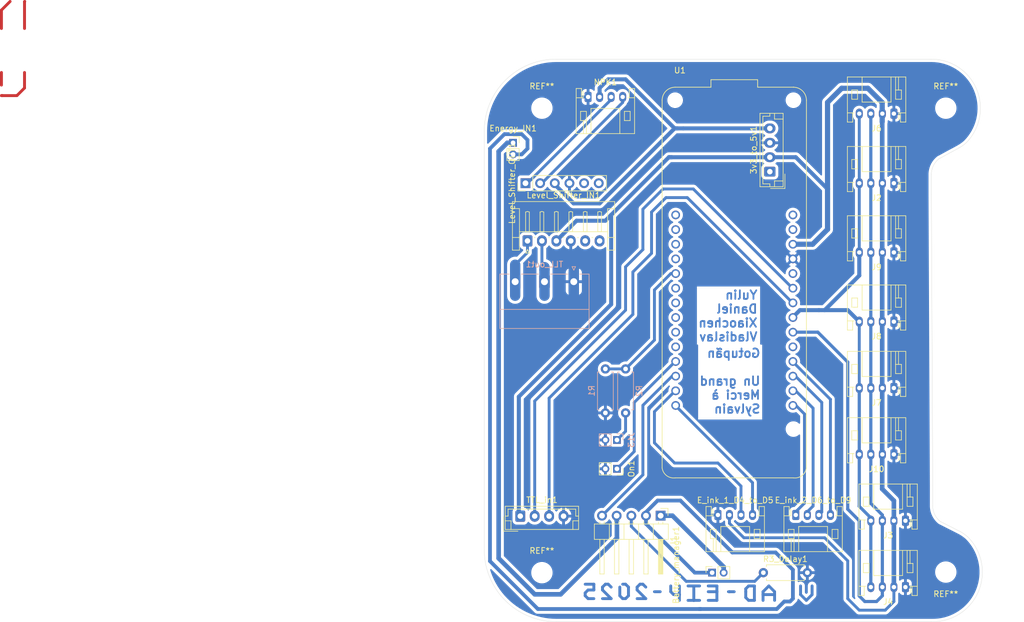
<source format=kicad_pcb>
(kicad_pcb (version 20241229) (generator "pcbnew") (generator_version "9.0")
  (title_block (title "Yulin_Daniel_Xiaochen_Vladislav") (date "2025-03-09") (rev "v4") (company "Gotupan_PCB_2025"))
  (layers (0 "F.Cu" signal) (2 "B.Cu" signal) (13 "F.Paste" user) (15 "B.Paste" user) (5 "F.SilkS" user "F.Silkscreen") (7 "B.SilkS" user "B.Silkscreen") (1 "F.Mask" user) (3 "B.Mask" user) (25 "Edge.Cuts" user))
  (net 0 "")
  (net 1 "/D5")
  (net 2 "/D2")
  (net 3 "/A3")
  (net 4 "/D6")
  (net 5 "/D4")
  (net 6 "/D3")
  (net 7 "/D9_SCK")
  (net 8 "/D7")
  (net 9 "/TX_D14")
  (net 10 "/RX_D13")
  (net 11 "/GND")
  (net 12 "/3v3")
  (net 13 "/SCL")
  (net 14 "/SDA")
  (net 28 "/D8_MOSI")
  (net 29 "Net-(J13-Pin_1)")
  (net 30 "/5v")
  (net 31 "unconnected-(3v3_to_5v1-Pin_1-Pad1)")
  (net 32 "Net-(Battery_manager1-Pin_2)")
  (net 33 "/GND_bis")
  (net 34 "/3v3_bis")
  (net 35 "Net-(J1-Pin_3)")
  (net 38 "/A_3v3")
  (net 39 "/B_3v3")
  (net 40 "/A_5v")
  (net 42 "/B_5v")
  (footprint "Connector_PinSocket_2.00mm:PinSocket_1x02_P2.00mm_Vertical" (layer "F.Cu") (at 199.5 134 -90)
    (property "Reference" "On1" (at 0 -2.5 270) (layer "F.SilkS"))
    (property "Value" "Off")
    (pad "1" thru_hole rect (at 0 0 270) (size 1.35 1.35) (drill 0.8) (layers "*.Cu" "*.Mask") (net 2 "/D2"))
    (pad "2" thru_hole oval (at 0 2 270) (size 1.35 1.35) (drill 0.8) (layers "*.Cu" "*.Mask") (net 11 "/GND"))
  )
  (footprint "MountingHole:MountingHole_3.2mm_M3_DIN965" (layer "F.Cu") (at 186.5 71.5)
    (property "Reference" "REF**" (at 0 -3.8 0) (layer "F.SilkS"))
    (property "Value" "MountingHole_3.2mm_M3_DIN965")
    (pad "" np_thru_hole circle (at 0 0) (size 3.2 3.2) (drill 3.2) (layers "*.Cu" "*.Mask"))
  )
  (footprint "Connector_PinSocket_2.00mm:PinSocket_1x02_P2.00mm_Vertical" (layer "F.Cu") (at 216 152 90)
    (property "Reference" "Battery_manager1" (at 1.325 -6.25 90) (layer "F.SilkS"))
    (property "Value" "~")
    (pad "1" thru_hole rect (at 0 0 90) (size 1.35 1.35) (drill 0.8) (layers "*.Cu" "*.Mask") (net 33 "/GND_bis"))
    (pad "2" thru_hole oval (at 0 2 90) (size 1.35 1.35) (drill 0.8) (layers "*.Cu" "*.Mask") (net 32 "Net-(Battery_manager1-Pin_2)"))
  )
  (footprint "MountingHole:MountingHole_3.2mm_M3_DIN965" (layer "F.Cu") (at 186.5 152)
    (property "Reference" "REF**" (at 0 -3.8 0) (layer "F.SilkS"))
    (property "Value" "MountingHole_3.2mm_M3_DIN965")
    (pad "" np_thru_hole circle (at 0 0) (size 3.2 3.2) (drill 3.2) (layers "*.Cu" "*.Mask"))
  )
  (footprint "Connector_JST:JST_PH_S4B-PH-K_1x04_P2.00mm_Horizontal" (layer "F.Cu") (at 247.5 108.5 180)
    (property "Reference" "J8" (at 3 -2.55 0) (layer "F.SilkS"))
    (property "Value" "Pressure_Sensor")
    (pad "1" thru_hole roundrect (at 0 0 180) (size 1.2 1.75) (drill 0.75) (layers "*.Cu" "*.Mask") (roundrect_rratio 0.208333) (net 11 "/GND"))
    (pad "2" thru_hole oval (at 2 0 180) (size 1.2 1.75) (drill 0.75) (layers "*.Cu" "*.Mask") (net 12 "/3v3"))
    (pad "3" thru_hole oval (at 4 0 180) (size 1.2 1.75) (drill 0.75) (layers "*.Cu" "*.Mask") (net 14 "/SDA"))
    (pad "4" thru_hole oval (at 6 0 180) (size 1.2 1.75) (drill 0.75) (layers "*.Cu" "*.Mask") (net 13 "/SCL"))
  )
  (footprint "Connector_JST:JST_PH_S4B-PH-K_1x04_P2.00mm_Horizontal" (layer "F.Cu") (at 247.5 84.5 180)
    (property "Reference" "J2" (at 3 -2.55 0) (layer "F.SilkS"))
    (property "Value" "TH_Deep_Sensor")
    (pad "1" thru_hole roundrect (at 0 0 180) (size 1.2 1.75) (drill 0.75) (layers "*.Cu" "*.Mask") (roundrect_rratio 0.208333) (net 11 "/GND"))
    (pad "2" thru_hole oval (at 2 0 180) (size 1.2 1.75) (drill 0.75) (layers "*.Cu" "*.Mask") (net 12 "/3v3"))
    (pad "3" thru_hole oval (at 4 0 180) (size 1.2 1.75) (drill 0.75) (layers "*.Cu" "*.Mask") (net 14 "/SDA"))
    (pad "4" thru_hole oval (at 6 0 180) (size 1.2 1.75) (drill 0.75) (layers "*.Cu" "*.Mask") (net 13 "/SCL"))
  )
  (footprint "Connector_JST:JST_PH_S4B-PH-K_1x04_P2.00mm_Horizontal" (layer "F.Cu") (at 249.5 154.5 180)
    (property "Reference" "J4" (at 3 -2.55 0) (layer "F.SilkS"))
    (property "Value" "UV_IR_Sensor")
    (pad "1" thru_hole roundrect (at 0 0 180) (size 1.2 1.75) (drill 0.75) (layers "*.Cu" "*.Mask") (roundrect_rratio 0.208333) (net 11 "/GND"))
    (pad "2" thru_hole oval (at 2 0 180) (size 1.2 1.75) (drill 0.75) (layers "*.Cu" "*.Mask") (net 12 "/3v3"))
    (pad "3" thru_hole oval (at 4 0 180) (size 1.2 1.75) (drill 0.75) (layers "*.Cu" "*.Mask") (net 14 "/SDA"))
    (pad "4" thru_hole oval (at 6 0 180) (size 1.2 1.75) (drill 0.75) (layers "*.Cu" "*.Mask") (net 13 "/SCL"))
  )
  (footprint "Connector_JST:JST_PH_S4B-PH-K_1x04_P2.00mm_Horizontal" (layer "F.Cu") (at 247.5 120 180)
    (property "Reference" "J7" (at 3 -2.55 0) (layer "F.SilkS"))
    (property "Value" "CO2_Sensor")
    (pad "1" thru_hole roundrect (at 0 0 180) (size 1.2 1.75) (drill 0.75) (layers "*.Cu" "*.Mask") (roundrect_rratio 0.208333) (net 11 "/GND"))
    (pad "2" thru_hole oval (at 2 0 180) (size 1.2 1.75) (drill 0.75) (layers "*.Cu" "*.Mask") (net 12 "/3v3"))
    (pad "3" thru_hole oval (at 4 0 180) (size 1.2 1.75) (drill 0.75) (layers "*.Cu" "*.Mask") (net 14 "/SDA"))
    (pad "4" thru_hole oval (at 6 0 180) (size 1.2 1.75) (drill 0.75) (layers "*.Cu" "*.Mask") (net 13 "/SCL"))
  )
  (footprint "Connector_JST:JST_PH_S4B-PH-K_1x04_P2.00mm_Horizontal" (layer "F.Cu") (at 249.5 143 180)
    (property "Reference" "J3" (at 3 -2.55 0) (layer "F.SilkS"))
    (property "Value" "Other_Gaz_Sensor")
    (pad "1" thru_hole roundrect (at 0 0 180) (size 1.2 1.75) (drill 0.75) (layers "*.Cu" "*.Mask") (roundrect_rratio 0.208333) (net 11 "/GND"))
    (pad "2" thru_hole oval (at 2 0 180) (size 1.2 1.75) (drill 0.75) (layers "*.Cu" "*.Mask") (net 12 "/3v3"))
    (pad "3" thru_hole oval (at 4 0 180) (size 1.2 1.75) (drill 0.75) (layers "*.Cu" "*.Mask") (net 14 "/SDA"))
    (pad "4" thru_hole oval (at 6 0 180) (size 1.2 1.75) (drill 0.75) (layers "*.Cu" "*.Mask") (net 13 "/SCL"))
  )
  (footprint "Connector_PinHeader_2.54mm:PinHeader_1x05_P2.54mm_Horizontal" (layer "F.Cu") (at 207.075 142.125 -90)
    (property "Reference" "J1" (at 4.385 -2.27 90) (layer "F.SilkS"))
    (property "Value" "Conn_01x05")
    (pad "1" thru_hole rect (at 0 0 270) (size 1.7 1.7) (drill 1) (layers "*.Cu" "*.Mask") (net 32 "Net-(Battery_manager1-Pin_2)"))
    (pad "2" thru_hole oval (at 0 2.54 270) (size 1.7 1.7) (drill 1) (layers "*.Cu" "*.Mask") (net 33 "/GND_bis"))
    (pad "3" thru_hole oval (at 0 5.08 270) (size 1.7 1.7) (drill 1) (layers "*.Cu" "*.Mask") (net 35 "Net-(J1-Pin_3)"))
    (pad "4" thru_hole oval (at 0 7.62 270) (size 1.7 1.7) (drill 1) (layers "*.Cu" "*.Mask") (net 34 "/3v3_bis"))
    (pad "5" thru_hole oval (at 0 10.16 270) (size 1.7 1.7) (drill 1) (layers "*.Cu" "*.Mask") (net 6 "/D3"))
  )
  (footprint "Connector_JST:JST_PH_S4B-PH-K_1x04_P2.00mm_Horizontal" (layer "F.Cu") (at 247.5 72.45 180)
    (property "Reference" "J6" (at 3 -2.55 0) (layer "F.SilkS"))
    (property "Value" "RGB_Sensor")
    (pad "1" thru_hole roundrect (at 0 0 180) (size 1.2 1.75) (drill 0.75) (layers "*.Cu" "*.Mask") (roundrect_rratio 0.208333) (net 11 "/GND"))
    (pad "2" thru_hole oval (at 2 0 180) (size 1.2 1.75) (drill 0.75) (layers "*.Cu" "*.Mask") (net 12 "/3v3"))
    (pad "3" thru_hole oval (at 4 0 180) (size 1.2 1.75) (drill 0.75) (layers "*.Cu" "*.Mask") (net 14 "/SDA"))
    (pad "4" thru_hole oval (at 6 0 180) (size 1.2 1.75) (drill 0.75) (layers "*.Cu" "*.Mask") (net 13 "/SCL"))
  )
  (footprint "Connector_JST:JST_PH_S4B-PH-K_1x04_P2.00mm_Horizontal" (layer "F.Cu") (at 217 142)
    (property "Reference" "E_ink_1_D4_to_D5" (at 3 -2.55 0) (layer "F.SilkS"))
    (property "Value" "S4B-PH-K-S_LF__SN_")
    (pad "1" thru_hole roundrect (at 0 0) (size 1.2 1.75) (drill 0.75) (layers "*.Cu" "*.Mask") (roundrect_rratio 0.208333) (net 11 "/GND"))
    (pad "2" thru_hole oval (at 2 0) (size 1.2 1.75) (drill 0.75) (layers "*.Cu" "*.Mask") (net 12 "/3v3"))
    (pad "3" thru_hole oval (at 4 0) (size 1.2 1.75) (drill 0.75) (layers "*.Cu" "*.Mask") (net 5 "/D4"))
    (pad "4" thru_hole oval (at 6 0) (size 1.2 1.75) (drill 0.75) (layers "*.Cu" "*.Mask") (net 1 "/D5"))
  )
  (footprint "Connector_JST:JST_PH_S4B-PH-K_1x04_P2.00mm_Horizontal" (layer "F.Cu") (at 230.5 142)
    (property "Reference" "E_ink_2_D6_to_D9" (at 3 -2.55 0) (layer "F.SilkS"))
    (property "Value" "S4B-PH-K-S_LF__SN_")
    (pad "1" thru_hole roundrect (at 0 0) (size 1.2 1.75) (drill 0.75) (layers "*.Cu" "*.Mask") (roundrect_rratio 0.208333) (net 4 "/D6"))
    (pad "2" thru_hole oval (at 2 0) (size 1.2 1.75) (drill 0.75) (layers "*.Cu" "*.Mask") (net 8 "/D7"))
    (pad "3" thru_hole oval (at 4 0) (size 1.2 1.75) (drill 0.75) (layers "*.Cu" "*.Mask") (net 28 "/D8_MOSI"))
    (pad "4" thru_hole oval (at 6 0) (size 1.2 1.75) (drill 0.75) (layers "*.Cu" "*.Mask") (net 7 "/D9_SCK"))
  )
  (footprint "Connector_JST:JST_EH_B4B-EH-A_1x04_P2.50mm_Vertical" (layer "F.Cu") (at 226 82.5 90)
    (property "Reference" "3v3_to_5v1" (at 3.75 -2.8 90) (layer "F.SilkS"))
    (property "Value" "Conn_01x04")
    (pad "1" thru_hole roundrect (at 0 0 90) (size 1.7 1.95) (drill 0.95) (layers "*.Cu" "*.Mask") (roundrect_rratio 0.147059) (net 31 "unconnected-(3v3_to_5v1-Pin_1-Pad1)"))
    (pad "2" thru_hole oval (at 2.5 0 90) (size 1.7 1.95) (drill 0.95) (layers "*.Cu" "*.Mask") (net 12 "/3v3"))
    (pad "3" thru_hole oval (at 5 0 90) (size 1.7 1.95) (drill 0.95) (layers "*.Cu" "*.Mask") (net 11 "/GND"))
    (pad "4" thru_hole oval (at 7.5 0 90) (size 1.7 1.95) (drill 0.95) (layers "*.Cu" "*.Mask") (net 30 "/5v"))
  )
  (footprint "Resistor_THT:R_Axial_DIN0207_L6.3mm_D2.5mm_P7.62mm_Horizontal" (layer "F.Cu") (at 224.88 152)
    (property "Reference" "R3_Delay1" (at 3.81 -2.37 0) (layer "F.SilkS"))
    (property "Value" "R_US")
    (pad "1" thru_hole circle (at 0 0) (size 1.6 1.6) (drill 0.8) (layers "*.Cu" "*.Mask") (net 35 "Net-(J1-Pin_3)"))
    (pad "2" thru_hole oval (at 7.62 0) (size 1.6 1.6) (drill 0.8) (layers "*.Cu" "*.Mask") (net 11 "/GND"))
  )
  (footprint "Connector_JST:JST_EH_B4B-EH-A_1x04_P2.50mm_Vertical" (layer "F.Cu") (at 182.75 142.2)
    (property "Reference" "TTL_in1" (at 3.75 -2.8 0) (layer "F.SilkS"))
    (property "Value" "Conn_01x04")
    (pad "1" thru_hole roundrect (at 0 0) (size 1.7 1.95) (drill 0.95) (layers "*.Cu" "*.Mask") (roundrect_rratio 0.147059) (net 12 "/3v3"))
    (pad "2" thru_hole oval (at 2.5 0) (size 1.7 1.95) (drill 0.95) (layers "*.Cu" "*.Mask") (net 9 "/TX_D14"))
    (pad "3" thru_hole oval (at 5 0) (size 1.7 1.95) (drill 0.95) (layers "*.Cu" "*.Mask") (net 10 "/RX_D13"))
    (pad "4" thru_hole oval (at 7.5 0) (size 1.7 1.95) (drill 0.95) (layers "*.Cu" "*.Mask") (net 11 "/GND"))
  )
  (footprint "Connector_PinSocket_2.00mm:PinSocket_1x02_P2.00mm_Vertical" (layer "F.Cu") (at 181.5 77.5)
    (property "Reference" "Energy_IN1" (at 0 -2.5 0) (layer "F.SilkS"))
    (property "Value" "Pont_diviseur" (hide yes))
    (pad "1" thru_hole rect (at 0 0) (size 1.35 1.35) (drill 0.8) (layers "*.Cu" "*.Mask") (net 34 "/3v3_bis"))
    (pad "2" thru_hole oval (at 0 2) (size 1.35 1.35) (drill 0.8) (layers "*.Cu" "*.Mask") (net 33 "/GND_bis"))
  )
  (footprint "Connector_JST:JST_PH_S4B-PH-K_1x04_P2.00mm_Horizontal" (layer "F.Cu") (at 247.5 96.5 180)
    (property "Reference" "J9" (at 3 -2.55 0) (layer "F.SilkS"))
    (property "Value" "TH_Surface_Sensor")
    (pad "1" thru_hole roundrect (at 0 0 180) (size 1.2 1.75) (drill 0.75) (layers "*.Cu" "*.Mask") (roundrect_rratio 0.208333) (net 11 "/GND"))
    (pad "2" thru_hole oval (at 2 0 180) (size 1.2 1.75) (drill 0.75) (layers "*.Cu" "*.Mask") (net 12 "/3v3"))
    (pad "3" thru_hole oval (at 4 0 180) (size 1.2 1.75) (drill 0.75) (layers "*.Cu" "*.Mask") (net 14 "/SDA"))
    (pad "4" thru_hole oval (at 6 0 180) (size 1.2 1.75) (drill 0.75) (layers "*.Cu" "*.Mask") (net 13 "/SCL"))
  )
  (footprint "MountingHole:MountingHole_3.2mm_M3_DIN965" (layer "F.Cu") (at 256.5 151.897937 180)
    (property "Reference" "REF**" (at 0 -3.8 0) (layer "F.SilkS"))
    (property "Value" "MountingHole_3.2mm_M3_DIN965")
    (pad "" np_thru_hole circle (at 0 0 180) (size 3.2 3.2) (drill 3.2) (layers "*.Cu" "*.Mask"))
  )
  (footprint "ARDUINO_MKR_WAN_1310:BOARD_ARDUINO_MKR_WAN_1310" (layer "F.Cu") (at 219.84 101.7152)
    (property "Reference" "U1" (at -9.425 -36.775 0) (layer "F.SilkS"))
    (property "Value" "ARDUINO_MKR_WAN_1310")
    (pad "" np_thru_hole circle (at -10.25 -31.6) (size 2.2 2.2) (drill 2.2) (layers "*.Cu" "*.Mask"))
    (pad "" np_thru_hole circle (at -10.25 25.4) (size 2.2 2.2) (drill 2.2) (layers "*.Cu" "*.Mask"))
    (pad "" np_thru_hole circle (at 10.25 -31.6) (size 2.2 2.2) (drill 2.2) (layers "*.Cu" "*.Mask"))
    (pad "" np_thru_hole circle (at 10.25 25.4) (size 2.2 2.2) (drill 2.2) (layers "*.Cu" "*.Mask"))
    (pad "J3_1" thru_hole circle (at -10.16 -11.7152) (size 1.508 1.508) (drill 1) (layers "*.Cu" "*.Mask"))
    (pad "J3_2" thru_hole circle (at -10.16 -9.1752) (size 1.508 1.508) (drill 1) (layers "*.Cu" "*.Mask"))
    (pad "J3_3" thru_hole circle (at -10.16 -6.6352) (size 1.508 1.508) (drill 1) (layers "*.Cu" "*.Mask"))
    (pad "J3_4" thru_hole circle (at -10.16 -4.0952) (size 1.508 1.508) (drill 1) (layers "*.Cu" "*.Mask"))
    (pad "J3_5" thru_hole circle (at -10.16 -1.5552) (size 1.508 1.508) (drill 1) (layers "*.Cu" "*.Mask") (net 3 "/A3"))
    (pad "J3_6" thru_hole circle (at -10.16 0.9848) (size 1.508 1.508) (drill 1) (layers "*.Cu" "*.Mask"))
    (pad "J3_7" thru_hole circle (at -10.16 3.5248) (size 1.508 1.508) (drill 1) (layers "*.Cu" "*.Mask"))
    (pad "J3_8" thru_hole circle (at -10.16 6.0648) (size 1.508 1.508) (drill 1) (layers "*.Cu" "*.Mask"))
    (pad "J3_9" thru_hole circle (at -10.16 8.6048) (size 1.508 1.508) (drill 1) (layers "*.Cu" "*.Mask"))
    (pad "J3_10" thru_hole circle (at -10.16 11.1448) (size 1.508 1.508) (drill 1) (layers "*.Cu" "*.Mask"))
    (pad "J3_11" thru_hole circle (at -10.16 13.6848) (size 1.508 1.508) (drill 1) (layers "*.Cu" "*.Mask") (net 2 "/D2"))
    (pad "J3_12" thru_hole circle (at -10.16 16.2248) (size 1.508 1.508) (drill 1) (layers "*.Cu" "*.Mask") (net 6 "/D3"))
    (pad "J3_13" thru_hole circle (at -10.16 18.7648) (size 1.508 1.508) (drill 1) (layers "*.Cu" "*.Mask") (net 5 "/D4"))
    (pad "J3_14" thru_hole circle (at -10.16 21.3048) (size 1.508 1.508) (drill 1) (layers "*.Cu" "*.Mask") (net 1 "/D5"))
    (pad "J5_1" thru_hole circle (at 10.16 21.3048) (size 1.508 1.508) (drill 1) (layers "*.Cu" "*.Mask") (net 4 "/D6"))
    (pad "J5_2" thru_hole circle (at 10.16 18.7648) (size 1.508 1.508) (drill 1) (layers "*.Cu" "*.Mask") (net 8 "/D7"))
    (pad "J5_3" thru_hole circle (at 10.16 16.2248) (size 1.508 1.508) (drill 1) (layers "*.Cu" "*.Mask") (net 28 "/D8_MOSI"))
    (pad "J5_4" thru_hole circle (at 10.16 13.6848) (size 1.508 1.508) (drill 1) (layers "*.Cu" "*.Mask") (net 7 "/D9_SCK"))
    (pad "J5_5" thru_hole circle (at 10.16 11.1448) (size 1.508 1.508) (drill 1) (layers "*.Cu" "*.Mask"))
    (pad "J5_6" thru_hole circle (at 10.16 8.6048) (size 1.508 1.508) (drill 1) (layers "*.Cu" "*.Mask") (net 14 "/SDA"))
    (pad "J5_7" thru_hole circle (at 10.16 6.0648) (size 1.508 1.508) (drill 1) (layers "*.Cu" "*.Mask") (net 13 "/SCL"))
    (pad "J5_8" thru_hole circle (at 10.16 3.5248) (size 1.508 1.508) (drill 1) (layers "*.Cu" "*.Mask") (net 10 "/RX_D13"))
    (pad "J5_9" thru_hole circle (at 10.16 0.9848) (size 1.508 1.508) (drill 1) (layers "*.Cu" "*.Mask") (net 9 "/TX_D14"))
    (pad "J5_10" thru_hole circle (at 10.16 -1.5552) (size 1.508 1.508) (drill 1) (layers "*.Cu" "*.Mask"))
    (pad "J5_11" thru_hole circle (at 10.16 -4.0952) (size 1.508 1.508) (drill 1) (layers "*.Cu" "*.Mask") (net 11 "/GND"))
    (pad "J5_12" thru_hole circle (at 10.16 -6.6352) (size 1.508 1.508) (drill 1) (layers "*.Cu" "*.Mask") (net 12 "/3v3"))
    (pad "J5_13" thru_hole circle (at 10.16 -9.1752) (size 1.508 1.508) (drill 1) (layers "*.Cu" "*.Mask"))
    (pad "J5_14" thru_hole circle (at 10.16 -11.7152) (size 1.508 1.508) (drill 1) (layers "*.Cu" "*.Mask"))
  )
  (footprint "MountingHole:MountingHole_3.2mm_M3_DIN965" (layer "F.Cu") (at 256.5 71.5)
    (property "Reference" "REF**" (at 0 -3.8 0) (layer "F.SilkS"))
    (property "Value" "MountingHole_3.2mm_M3_DIN965")
    (pad "" np_thru_hole circle (at 0 0) (size 3.2 3.2) (drill 3.2) (layers "*.Cu" "*.Mask"))
  )
  (footprint "Connector_JST:JST_PH_S4B-PH-K_1x04_P2.00mm_Horizontal" (layer "F.Cu") (at 247.5 131.5 180)
    (property "Reference" "J10" (at 3 -2.55 0) (layer "F.SilkS"))
    (property "Value" "O2_Sensor")
    (pad "1" thru_hole roundrect (at 0 0 180) (size 1.2 1.75) (drill 0.75) (layers "*.Cu" "*.Mask") (roundrect_rratio 0.208333) (net 11 "/GND"))
    (pad "2" thru_hole oval (at 2 0 180) (size 1.2 1.75) (drill 0.75) (layers "*.Cu" "*.Mask") (net 12 "/3v3"))
    (pad "3" thru_hole oval (at 4 0 180) (size 1.2 1.75) (drill 0.75) (layers "*.Cu" "*.Mask") (net 14 "/SDA"))
    (pad "4" thru_hole oval (at 6 0 180) (size 1.2 1.75) (drill 0.75) (layers "*.Cu" "*.Mask") (net 13 "/SCL"))
  )
  (footprint "Connector_JST:JST_EH_S6B-EH_1x06_P2.50mm_Horizontal" (layer "F.Cu") (at 184 94.5)
    (property "Reference" "Level_Shifter_IN1" (at 6.25 -7.9 0) (layer "F.SilkS"))
    (property "Value" "Conn_01x06")
    (pad "1" thru_hole roundrect (at 0 0) (size 1.7 1.95) (drill 0.95) (layers "*.Cu" "*.Mask") (roundrect_rratio 0.147059) (net 38 "/A_3v3"))
    (pad "2" thru_hole oval (at 2.5 0) (size 1.7 1.95) (drill 0.95) (layers "*.Cu" "*.Mask") (net 39 "/B_3v3"))
    (pad "3" thru_hole oval (at 5 0) (size 1.7 1.95) (drill 0.95) (layers "*.Cu" "*.Mask") (net 12 "/3v3"))
    (pad "4" thru_hole oval (at 7.5 0) (size 1.7 1.95) (drill 0.95) (layers "*.Cu" "*.Mask") (net 11 "/GND"))
    (pad "5" thru_hole oval (at 10 0) (size 1.7 1.95) (drill 0.95) (layers "*.Cu" "*.Mask"))
    (pad "6" thru_hole oval (at 12.5 0) (size 1.7 1.95) (drill 0.95) (layers "*.Cu" "*.Mask"))
  )
  (footprint "Connector_PinHeader_2.54mm:PinHeader_1x06_P2.54mm_Vertical" (layer "F.Cu") (at 183.65 84.5 90)
    (property "Reference" "Level_Shifter_OUT1" (at 0 -2.33 90) (layer "F.SilkS"))
    (property "Value" "Conn_01x06")
    (pad "1" thru_hole rect (at 0 0 90) (size 1.7 1.7) (drill 1) (layers "*.Cu" "*.Mask") (net 40 "/A_5v"))
    (pad "2" thru_hole oval (at 0 2.54 90) (size 1.7 1.7) (drill 1) (layers "*.Cu" "*.Mask") (net 42 "/B_5v"))
    (pad "3" thru_hole oval (at 0 5.08 90) (size 1.7 1.7) (drill 1) (layers "*.Cu" "*.Mask") (net 30 "/5v"))
    (pad "4" thru_hole oval (at 0 7.62 90) (size 1.7 1.7) (drill 1) (layers "*.Cu" "*.Mask") (net 11 "/GND"))
    (pad "5" thru_hole oval (at 0 10.16 90) (size 1.7 1.7) (drill 1) (layers "*.Cu" "*.Mask"))
    (pad "6" thru_hole oval (at 0 12.7 90) (size 1.7 1.7) (drill 1) (layers "*.Cu" "*.Mask"))
  )
  (footprint "Connector_JST:JST_PH_S4B-PH-K_1x04_P2.00mm_Horizontal" (layer "F.Cu") (at 194.5 69.55)
    (property "Reference" "NPK1" (at 3 -2.55 0) (layer "F.SilkS"))
    (property "Value" "S4B-PH-K-S_LF__SN_")
    (pad "1" thru_hole roundrect (at 0 0) (size 1.2 1.75) (drill 0.75) (layers "*.Cu" "*.Mask") (roundrect_rratio 0.208333) (net 11 "/GND"))
    (pad "2" thru_hole oval (at 2 0) (size 1.2 1.75) (drill 0.75) (layers "*.Cu" "*.Mask") (net 30 "/5v"))
    (pad "3" thru_hole oval (at 4 0) (size 1.2 1.75) (drill 0.75) (layers "*.Cu" "*.Mask") (net 40 "/A_5v"))
    (pad "4" thru_hole oval (at 6 0) (size 1.2 1.75) (drill 0.75) (layers "*.Cu" "*.Mask") (net 42 "/B_5v"))
  )
  (footprint "Connector_Phoenix_MC_HighVoltage:PhoenixContact_MC_1,5_3-G-5.08_1x03_P5.08mm_Horizontal" (layer "B.Cu") (at 192.025 101.5675 180)
    (property "Reference" "TLL_out1" (at 5.08 3 0) (layer "B.SilkS") (effects (justify mirror)))
    (property "Value" "Conn_01x03")
    (pad "1" thru_hole roundrect (at 0 0 180) (size 1.8 3.6) (drill 1.2) (layers "*.Cu" "*.Mask") (roundrect_rratio 0.138889) (net 11 "/GND"))
    (pad "2" thru_hole oval (at 5.08 0 180) (size 1.8 3.6) (drill 1.2) (layers "*.Cu" "*.Mask") (net 39 "/B_3v3"))
    (pad "3" thru_hole oval (at 10.16 0 180) (size 1.8 3.6) (drill 1.2) (layers "*.Cu" "*.Mask") (net 38 "/A_3v3"))
  )
  (footprint "Resistor_THT:R_Axial_DIN0207_L6.3mm_D2.5mm_P7.62mm_Horizontal" (layer "B.Cu") (at 197.5 116.69 -90)
    (property "Reference" "R1" (at 3.81 2.37 90) (layer "B.SilkS") (effects (justify mirror)))
    (property "Value" "R_US")
    (pad "1" thru_hole circle (at 0 0 270) (size 1.6 1.6) (drill 0.8) (layers "*.Cu" "*.Mask") (net 3 "/A3"))
    (pad "2" thru_hole oval (at 7.62 0 270) (size 1.6 1.6) (drill 0.8) (layers "*.Cu" "*.Mask") (net 11 "/GND"))
  )
  (footprint "Resistor_THT:R_Axial_DIN0207_L6.3mm_D2.5mm_P7.62mm_Horizontal" (layer "B.Cu") (at 201 124.31 90)
    (property "Reference" "R2" (at 3.81 2.37 90) (layer "B.SilkS") (effects (justify mirror)))
    (property "Value" "R_US")
    (pad "1" thru_hole circle (at 0 0 90) (size 1.6 1.6) (drill 0.8) (layers "*.Cu" "*.Mask") (net 29 "Net-(J13-Pin_1)"))
    (pad "2" thru_hole oval (at 7.62 0 90) (size 1.6 1.6) (drill 0.8) (layers "*.Cu" "*.Mask") (net 3 "/A3"))
  )
  (footprint "Connector_PinSocket_2.00mm:PinSocket_1x02_P2.00mm_Vertical" (layer "B.Cu") (at 199.5 129 90)
    (property "Reference" "J13" (at 0 2.5 90) (layer "B.SilkS") (effects (justify mirror)))
    (property "Value" "Pont_diviseur")
    (pad "1" thru_hole rect (at 0 0 90) (size 1.35 1.35) (drill 0.8) (layers "*.Cu" "*.Mask") (net 29 "Net-(J13-Pin_1)"))
    (pad "2" thru_hole oval (at 0 -2 90) (size 1.35 1.35) (drill 0.8) (layers "*.Cu" "*.Mask") (net 11 "/GND"))
  )
  (gr_arc (start 259.050919 144.908029) (mid 259.711057 145.324355) (end 260.319527 145.813102) (stroke (width 0.05)) (layer "Edge.Cuts"))
  (gr_arc (start 189 160.5) (mid 180.161165 156.838835) (end 176.5 148) (stroke (width 0.05)) (layer "Edge.Cuts"))
  (gr_arc (start 176.5 75.5) (mid 180.161165 66.661165) (end 189 63) (stroke (width 0.05)) (layer "Edge.Cuts"))
  (gr_line (start 254 86.5) (end 254 83) (stroke (width 0.05)) (layer "Edge.Cuts"))
  (gr_line (start 254 86.5) (end 254.234683 136.897937) (stroke (width 0.05)) (layer "Edge.Cuts"))
  (gr_arc (start 255.54825 143.130978) (mid 254.580122 141.914097) (end 254.234683 140.397937) (stroke (width 0.05)) (layer "Edge.Cuts"))
  (gr_line (start 176.5 75.5) (end 176.5 148) (stroke (width 0.05)) (layer "Edge.Cuts"))
  (gr_arc (start 254 83) (mid 254.345439 81.48384) (end 255.313567 80.266959) (stroke (width 0.05)) (layer "Edge.Cuts"))
  (gr_arc (start 260.319527 145.813101) (mid 262.13926 155.299145) (end 254 160.5) (stroke (width 0.05)) (layer "Edge.Cuts"))
  (gr_line (start 254.234683 136.897937) (end 254.234683 140.397937) (stroke (width 0.05)) (layer "Edge.Cuts"))
  (gr_line (start 254 63) (end 189 63) (stroke (width 0.05)) (layer "Edge.Cuts"))
  (gr_arc (start 260.010406 77.510408) (mid 259.413105 77.989586) (end 258.765317 78.397937) (stroke (width 0.05)) (layer "Edge.Cuts"))
  (gr_line (start 189 160.5) (end 254 160.5) (stroke (width 0.05)) (layer "Edge.Cuts"))
  (gr_line (start 259.050917 144.908029) (end 255.54825 143.130977) (stroke (width 0.05)) (layer "Edge.Cuts"))
  (gr_arc (start 254 63.000001) (mid 261.852975 68.247192) (end 260.010406 77.510408) (stroke (width 0.05)) (layer "Edge.Cuts"))
  (gr_line (start 258.765325 78.397937) (end 255.313567 80.26696) (stroke (width 0.05)) (layer "Edge.Cuts"))
  (gr_text "Yulin\nDaniel\nXiaochen\nVladislav" (at 224 112 0) (layer "B.Cu") (effects (font (size 1.5 1.5) (thickness 0.3) (bold yes)) (justify left bottom mirror)))
  (gr_text "Gotupãn\n\nUn grand\nMerci à\nSylvain" (at 224.5 124.5 0) (layer "B.Cu") (effects (font (size 1.5 1.5) (thickness 0.3) (bold yes)) (justify left bottom mirror)))
  (segment (start 200 154.5) (end 200 156) (width 0.5) (layer "B.Cu") (net 0))
  (segment (start 194.5 156.5) (end 195.5 156.5) (width 0.5) (layer "B.Cu") (net 0))
  (segment (start 194.5 155) (end 194 155.5) (width 0.5) (layer "B.Cu") (net 0))
  (segment (start 194 154) (end 195.5 154) (width 0.5) (layer "B.Cu") (net 0))
  (segment (start 198.5 154.5) (end 198 154) (width 0.5) (layer "B.Cu") (net 0))
  (segment (start 204 154) (end 204.5 154.5) (width 0.5) (layer "B.Cu") (net 0))
  (segment (start 197 154.5) (end 197 155) (width 0.5) (layer "B.Cu") (net 0))
  (segment (start 200 156) (end 200.5 156.5) (width 0.5) (layer "B.Cu") (net 0))
  (segment (start 200.5 156.5) (end 201 156.5) (width 0.5) (layer "B.Cu") (net 0))
  (segment (start 203 155) (end 203 154.5) (width 0.5) (layer "B.Cu") (net 0))
  (segment (start 201.5 154.5) (end 201 154) (width 0.5) (layer "B.Cu") (net 0))
  (segment (start 197 155) (end 198.5 156.5) (width 0.5) (layer "B.Cu") (net 0))
  (segment (start 194 155.5) (end 194 156) (width 0.5) (layer "B.Cu") (net 0))
  (segment (start 195.5 154) (end 195.5 155) (width 0.5) (layer "B.Cu") (net 0))
  (segment (start 194 156) (end 194.5 156.5) (width 0.5) (layer "B.Cu") (net 0))
  (segment (start 195.5 155) (end 194.5 155) (width 0.5) (layer "B.Cu") (net 0))
  (segment (start 204.5 156.5) (end 203 155) (width 0.5) (layer "B.Cu") (net 0))
  (segment (start 203 154.5) (end 203.5 154) (width 0.5) (layer "B.Cu") (net 0))
  (segment (start 201 154) (end 200.5 154) (width 0.5) (layer "B.Cu") (net 0))
  (segment (start 203 156.5) (end 204.5 156.5) (width 0.5) (layer "B.Cu") (net 0))
  (segment (start 197.5 154) (end 197 154.5) (width 0.5) (layer "B.Cu") (net 0))
  (segment (start 203.5 154) (end 204 154) (width 0.5) (layer "B.Cu") (net 0))
  (segment (start 201 156.5) (end 201.5 156) (width 0.5) (layer "B.Cu") (net 0))
  (segment (start 201.5 156) (end 201.5 154.5) (width 0.5) (layer "B.Cu") (net 0))
  (segment (start 198.5 156.5) (end 197 156.5) (width 0.5) (layer "B.Cu") (net 0))
  (segment (start 198 154) (end 197.5 154) (width 0.5) (layer "B.Cu") (net 0))
  (segment (start 209.615 123.02) (end 223 136.405) (width 0.5) (layer "B.Cu") (net 1))
  (segment (start 223 136.405) (end 223 142) (width 0.5) (layer "B.Cu") (net 1))
  (segment (start 202.5 122.5) (end 202.5 131) (width 0.5) (layer "B.Cu") (net 2))
  (segment (start 209.6 115.4) (end 202.5 122.5) (width 0.5) (layer "B.Cu") (net 2))
  (segment (start 202.5 131) (end 199.5 134) (width 0.5) (layer "B.Cu") (net 2))
  (segment (start 209.615 115.4) (end 209.6 115.4) (width 0.5) (layer "B.Cu") (net 2))
  (segment (start 96.83 68) (end 96.83 65.31) (width 0.5) (layer "F.Cu") (net 3))
  (segment (start 92.83 69.3198) (end 95.5102 69.3198) (width 0.5) (layer "F.Cu") (net 3))
  (segment (start 92.83 69.3198) (end 93.0102 69.3198) (width 0.5) (layer "F.Cu") (net 3))
  (segment (start 92.83 67.5) (end 92.83 65.31) (width 0.5) (layer "F.Cu") (net 3))
  (segment (start 95.5102 69.3198) (end 96.83 68) (width 0.5) (layer "F.Cu") (net 3))
  (segment (start 206 103) (end 206 111.69) (width 0.5) (layer "B.Cu") (net 3))
  (segment (start 208.84 100.16) (end 206 103) (width 0.5) (layer "B.Cu") (net 3))
  (segment (start 206 111.69) (end 201 116.69) (width 0.5) (layer "B.Cu") (net 3))
  (segment (start 197.5 116.69) (end 201 116.69) (width 0.5) (layer "B.Cu") (net 3))
  (segment (start 209.615 100.16) (end 208.84 100.16) (width 0.5) (layer "B.Cu") (net 3))
  (segment (start 230.5 141.45) (end 232 139.95) (width 0.5) (layer "B.Cu") (net 4))
  (segment (start 230.5 142) (end 230.5 141.45) (width 0.5) (layer "B.Cu") (net 4))
  (segment (start 232 124.5) (end 230.52 123.02) (width 0.5) (layer "B.Cu") (net 4))
  (segment (start 230.52 123.02) (end 229.935 123.02) (width 0.5) (layer "B.Cu") (net 4))
  (segment (start 232 139.95) (end 232 124.5) (width 0.5) (layer "B.Cu") (net 4))
  (segment (start 221 137) (end 217 133) (width 0.5) (layer "B.Cu") (net 5))
  (segment (start 221 142) (end 221 137) (width 0.5) (layer "B.Cu") (net 5))
  (segment (start 217 133) (end 209.5 133) (width 0.5) (layer "B.Cu") (net 5))
  (segment (start 206 129.5) (end 206 124.095) (width 0.5) (layer "B.Cu") (net 5))
  (segment (start 206 124.095) (end 209.615 120.48) (width 0.5) (layer "B.Cu") (net 5))
  (segment (start 209.5 133) (end 206 129.5) (width 0.5) (layer "B.Cu") (net 5))
  (segment (start 209.06 117.94) (end 204 123) (width 0.5) (layer "B.Cu") (net 6))
  (segment (start 209.615 117.94) (end 209.06 117.94) (width 0.5) (layer "B.Cu") (net 6))
  (segment (start 204 123) (end 204 135.04) (width 0.5) (layer "B.Cu") (net 6))
  (segment (start 204 135.04) (end 196.915 142.125) (width 0.5) (layer "B.Cu") (net 6))
  (segment (start 236.485 121.95) (end 229.935 115.4) (width 0.5) (layer "B.Cu") (net 7))
  (segment (start 236.5 121.95) (end 236.5 142) (width 0.5) (layer "B.Cu") (net 7))
  (segment (start 236.5 141.45) (end 236.5 142) (width 0.5) (layer "B.Cu") (net 7))
  (segment (start 236.5 121.95) (end 236.485 121.95) (width 0.5) (layer "B.Cu") (net 7))
  (segment (start 230.48 120.48) (end 229.935 120.48) (width 0.5) (layer "B.Cu") (net 8))
  (segment (start 232.5 142) (end 232.5 141.45) (width 0.5) (layer "B.Cu") (net 8))
  (segment (start 232.5 141.45) (end 233.5 140.45) (width 0.5) (layer "B.Cu") (net 8))
  (segment (start 233.5 123.5) (end 230.48 120.48) (width 0.5) (layer "B.Cu") (net 8))
  (segment (start 233.5 140.45) (end 233.5 123.5) (width 0.5) (layer "B.Cu") (net 8))
  (segment (start 185.25 122.25) (end 201 106.5) (width 0.5) (layer "B.Cu") (net 9))
  (segment (start 204 96) (end 204 89) (width 0.5) (layer "B.Cu") (net 9))
  (segment (start 207.5 85.5) (end 212.735 85.5) (width 0.5) (layer "B.Cu") (net 9))
  (segment (start 204 89) (end 207.5 85.5) (width 0.5) (layer "B.Cu") (net 9))
  (segment (start 185.25 142.2) (end 185.25 122.25) (width 0.5) (layer "B.Cu") (net 9))
  (segment (start 201 99) (end 204 96) (width 0.5) (layer "B.Cu") (net 9))
  (segment (start 212.735 85.5) (end 229.935 102.7) (width 0.5) (layer "B.Cu") (net 9))
  (segment (start 201 106.5) (end 201 99) (width 0.5) (layer "B.Cu") (net 9))
  (segment (start 208 87) (end 211.695 87) (width 0.5) (layer "B.Cu") (net 10))
  (segment (start 211.695 87) (end 229.935 105.24) (width 0.5) (layer "B.Cu") (net 10))
  (segment (start 187.75 142.2) (end 187.75 121.75) (width 0.5) (layer "B.Cu") (net 10))
  (segment (start 187.75 121.75) (end 202.264394 107.235606) (width 0.5) (layer "B.Cu") (net 10))
  (segment (start 205.5 96.650414) (end 205.5 89.5) (width 0.5) (layer "B.Cu") (net 10))
  (segment (start 202.264394 99.88602) (end 205.5 96.650414) (width 0.5) (layer "B.Cu") (net 10))
  (segment (start 205.5 89.5) (end 208 87) (width 0.5) (layer "B.Cu") (net 10))
  (segment (start 202.264394 107.235606) (end 202.264394 99.88602) (width 0.5) (layer "B.Cu") (net 10))
  (segment (start 92.83 57.69) (end 92.83 54.5) (width 0.5) (layer "F.Cu") (net 11))
  (segment (start 92.83 54.5) (end 94.33 53) (width 0.5) (layer "F.Cu") (net 11))
  (segment (start 197.5 124.31) (end 197.5 129) (width 0.5) (layer "B.Cu") (net 11))
  (segment (start 192.025 104) (end 192.025 99.025) (width 1.8) (layer "B.Cu") (net 11))
  (segment (start 226 80) (end 230.5 80) (width 0.7) (layer "B.Cu") (net 12))
  (segment (start 243 68.05) (end 238.45 68.05) (width 0.9) (layer "B.Cu") (net 12))
  (segment (start 245.5 110.39) (end 245.5 110.525) (width 0.5) (layer "B.Cu") (net 12))
  (segment (start 198.5 90) (end 208.5 80) (width 0.7) (layer "B.Cu") (net 12))
  (segment (start 219 143.45) (end 221.5 145.95) (width 0.5) (layer "B.Cu") (net 12))
  (segment (start 230.5 80) (end 236 85.5) (width 0.7) (layer "B.Cu") (net 12))
  (segment (start 239.5 149.95) (end 239.5 156.5) (width 0.5) (layer "B.Cu") (net 12))
  (segment (start 245.485 103.065) (end 245.5 103.05) (width 0.5) (layer "B.Cu") (net 12))
  (segment (start 245.475 103.065) (end 245.485 103.065) (width 0.5) (layer "B.Cu") (net 12))
  (segment (start 245.5 110.525) (end 245.475 110.55) (width 0.5) (layer "B.Cu") (net 12))
  (segment (start 236 70.5) (end 236 85.5) (width 0.9) (layer "B.Cu") (net 12))
  (segment (start 219 142) (end 219 143.45) (width 0.5) (layer "B.Cu") (net 12))
  (segment (start 245.475 103.065) (end 245.475 95.765) (width 0.8) (layer "B.Cu") (net 12))
  (segment (start 247.5 139.525) (end 247.5 154.05) (width 0.8) (layer "B.Cu") (net 12))
  (segment (start 245.475 137.5) (end 247.5 139.525) (width 0.8) (layer "B.Cu") (net 12))
  (segment (start 245.475 95.765) (end 245.475 137.5) (width 0.8) (layer "B.Cu") (net 12))
  (segment (start 235.5 145.95) (end 239.5 149.95) (width 0.5) (layer "B.Cu") (net 12))
  (segment (start 236 85.5) (end 236 92.5) (width 0.9) (layer "B.Cu") (net 12))
  (segment (start 198.5 105.5) (end 182.5 121.5) (width 0.7) (layer "B.Cu") (net 12))
  (segment (start 192.5 91) (end 197.5 91) (width 0.7) (layer "B.Cu") (net 12))
  (segment (start 189 94.5) (end 192.5 91) (width 0.7) (layer "B.Cu") (net 12))
  (segment (start 198.5 90) (end 198.5 105.5) (width 0.7) (layer "B.Cu") (net 12))
  (segment (start 247.5 157) (end 247.5 154.5) (width 0.5) (layer "B.Cu") (net 12))
  (segment (start 245.475 70.525) (end 243 68.05) (width 0.9) (layer "B.Cu") (net 12))
  (segment (start 221.5 145.95) (end 235.5 145.95) (width 0.5) (layer "B.Cu") (net 12))
  (segment (start 246 158.5) (end 247.5 157) (width 0.5) (layer "B.Cu") (net 12))
  (segment (start 208.5 80) (end 226 80) (width 0.7) (layer "B.Cu") (net 12))
  (segment (start 245.475 95.765) (end 245.475 73.865) (width 0.8) (layer "B.Cu") (net 12))
  (segment (start 245.475 73.865) (end 245.475 70.525) (width 0.9) (layer "B.Cu") (net 12))
  (segment (start 236 92.5) (end 233.42 95.08) (width 0.9) (layer "B.Cu") (net 12))
  (segment (start 241.5 158.5) (end 246 158.5) (width 0.5) (layer "B.Cu") (net 12))
  (segment (start 239.5 156.5) (end 241.5 158.5) (width 0.5) (layer "B.Cu") (net 12))
  (segment (start 182.5 141.95) (end 182.75 142.2) (width 0.7) (layer "B.Cu") (net 12))
  (segment (start 233.42 95.08) (end 229.935 95.08) (width 0.9) (layer "B.Cu") (net 12))
  (segment (start 197.5 91) (end 198.5 90) (width 0.7) (layer "B.Cu") (net 12))
  (segment (start 208.5 80) (end 209 80) (width 0.7) (layer "B.Cu") (net 12))
  (segment (start 238.45 68.05) (end 236 70.5) (width 0.9) (layer "B.Cu") (net 12))
  (segment (start 182.5 121.5) (end 182.5 141.95) (width 0.7) (layer "B.Cu") (net 12))
  (segment (start 245.475 110.365) (end 245.5 110.39) (width 0.5) (layer "B.Cu") (net 12))
  (segment (start 245.475 103.065) (end 245.475 110.55) (width 0.5) (layer "B.Cu") (net 12))
  (segment (start 239.5 106.5) (end 241.5 108.5) (width 0.7) (layer "B.Cu") (net 13))
  (segment (start 241.5 72.45) (end 241.5 97) (width 0.5) (layer "B.Cu") (net 13))
  (segment (start 234.5 106.5) (end 239.5 106.5) (width 0.7) (layer "B.Cu") (net 13))
  (segment (start 241.5 120) (end 241.5 108.5) (width 0.5) (layer "B.Cu") (net 13))
  (segment (start 229.935 107.78) (end 231.215 106.5) (width 0.7) (layer "B.Cu") (net 13))
  (segment (start 231.215 106.5) (end 234.5 106.5) (width 0.7) (layer "B.Cu") (net 13))
  (segment (start 241.5 100.5) (end 241.5 96.5) (width 0.7) (layer "B.Cu") (net 13))
  (segment (start 243.5 142.5) (end 243.5 154.5) (width 0.55) (layer "B.Cu") (net 13))
  (segment (start 241.5 120.5) (end 241.5 140.5) (width 0.55) (layer "B.Cu") (net 13))
  (segment (start 241.5 140.5) (end 243.5 142.5) (width 0.55) (layer "B.Cu") (net 13))
  (segment (start 235.5 106.5) (end 241.5 100.5) (width 0.7) (layer "B.Cu") (net 13))
  (segment (start 242.455989 157) (end 241.5 156.044011) (width 0.55) (layer "B.Cu") (net 14))
  (segment (start 244.5 157) (end 242.455989 157) (width 0.55) (layer "B.Cu") (net 14))
  (segment (start 235 111) (end 234.32 110.32) (width 0.55) (layer "B.Cu") (net 14))
  (segment (start 241.5 156.044011) (end 241.5 143) (width 0.55) (layer "B.Cu") (net 14))
  (segment (start 239.5 141) (end 239.5 115.5) (width 0.55) (layer "B.Cu") (net 14))
  (segment (start 243.5 140) (end 245.5 142) (width 0.55) (layer "B.Cu") (net 14))
  (segment (start 245.5 142) (end 245.5 154.5) (width 0.55) (layer "B.Cu") (net 14))
  (segment (start 243.5 72.45) (end 243.5 140) (width 0.55) (layer "B.Cu") (net 14))
  (segment (start 234.32 110.32) (end 229.935 110.32) (width 0.55) (layer "B.Cu") (net 14))
  (segment (start 245.5 154.5) (end 245.5 156) (width 0.55) (layer "B.Cu") (net 14))
  (segment (start 241.5 143) (end 239.5 141) (width 0.55) (layer "B.Cu") (net 14))
  (segment (start 245.5 156) (end 244.5 157) (width 0.55) (layer "B.Cu") (net 14))
  (segment (start 239.5 115.5) (end 235 111) (width 0.55) (layer "B.Cu") (net 14))
  (segment (start 235 122.5) (end 230.44 117.94) (width 0.5) (layer "B.Cu") (net 28))
  (segment (start 235 141.5) (end 235 122.5) (width 0.5) (layer "B.Cu") (net 28))
  (segment (start 230.44 117.94) (end 229.935 117.94) (width 0.5) (layer "B.Cu") (net 28))
  (segment (start 234.5 142) (end 235 141.5) (width 0.5) (layer "B.Cu") (net 28))
  (segment (start 199.5 129) (end 201 127.5) (width 0.5) (layer "B.Cu") (net 29))
  (segment (start 201 127.5) (end 201 124.31) (width 0.5) (layer "B.Cu") (net 29))
  (segment (start 226 75) (end 211 75) (width 0.7) (layer "B.Cu") (net 30))
  (segment (start 192 88) (end 188.73 84.73) (width 0.7) (layer "B.Cu") (net 30))
  (segment (start 201 66.5) (end 198 66.5) (width 0.7) (layer "B.Cu") (net 30))
  (segment (start 211 75) (end 209.5 75) (width 0.7) (layer "B.Cu") (net 30))
  (segment (start 196.5 88) (end 192 88) (width 0.7) (layer "B.Cu") (net 30))
  (segment (start 198 66.5) (end 196.5 68) (width 0.7) (layer "B.Cu") (net 30))
  (segment (start 188.73 84.73) (end 188.73 84.5) (width 0.7) (layer "B.Cu") (net 30))
  (segment (start 196.5 68) (end 196.5 69.55) (width 0.7) (layer "B.Cu") (net 30))
  (segment (start 210 75) (end 209.5 75) (width 0.7) (layer "B.Cu") (net 30))
  (segment (start 209.5 75) (end 201 66.5) (width 0.7) (layer "B.Cu") (net 30))
  (segment (start 209.5 75) (end 196.5 88) (width 0.7) (layer "B.Cu") (net 30))
  (segment (start 96.83 57.69) (end 96.83 53.04) (width 0.5) (layer "F.Cu") (net 31))
  (segment (start 96.83 53.04) (end 96.87 53) (width 0.5) (layer "F.Cu") (net 31))
  (segment (start 209.125 142.125) (end 207.075 142.125) (width 0.8) (layer "B.Cu") (net 32))
  (segment (start 233.325 155.8) (end 232.325 156.8) (width 0.5) (layer "B.Cu") (net 32))
  (segment (start 210.325 156.8) (end 210.325 155.8) (width 0.5) (layer "B.Cu") (net 32))
  (segment (start 231.325 155.8) (end 231.325 154.3) (width 0.5) (layer "B.Cu") (net 32))
  (segment (start 218 151) (end 209.125 142.125) (width 0.8) (layer "B.Cu") (net 32))
  (segment (start 224.825 155.8) (end 224.825 155.3) (width 0.5) (layer "B.Cu") (net 32))
  (segment (start 216.825 156.8) (end 215.325 156.8) (width 0.5) (layer "B.Cu") (net 32))
  (segment (start 223.325 156.8) (end 223.325 154.3) (width 0.5) (layer "B.Cu") (net 32))
  (segment (start 211.825 154.3) (end 212.825 154.3) (width 0.5) (layer "B.Cu") (net 32))
  (segment (start 212.825 156.8) (end 213.825 156.8) (width 0.5) (layer "B.Cu") (net 32))
  (segment (start 207 155.3) (end 206 155.3) (width 0.5) (layer "B.Cu") (net 32))
  (segment (start 216.825 155.3) (end 216.825 156.8) (width 0.5) (layer "B.Cu") (net 32))
  (segment (start 232.325 156.8) (end 231.325 155.8) (width 0.5) (layer "B.Cu") (net 32))
  (segment (start 226.825 155.3) (end 226.825 156.8) (width 0.5) (layer "B.Cu") (net 32))
  (segment (start 221.825 156.3) (end 222.325 156.8) (width 0.5) (layer "B.Cu") (net 32))
  (segment (start 216.825 154.3) (end 215.325 154.3) (width 0.5) (layer "B.Cu") (net 32))
  (segment (start 225.825 154.3) (end 226.825 155.3) (width 0.5) (layer "B.Cu") (net 32))
  (segment (start 208.825 155.3) (end 208.825 154.3) (width 0.5) (layer "B.Cu") (net 32))
  (segment (start 221.825 154.8) (end 221.825 155.3) (width 0.5) (layer "B.Cu") (net 32))
  (segment (start 222.325 154.3) (end 221.825 154.8) (width 0.5) (layer "B.Cu") (net 32))
  (segment (start 223.325 154.3) (end 222.325 154.3) (width 0.5) (layer "B.Cu") (net 32))
  (segment (start 224.825 155.3) (end 225.825 154.3) (width 0.5) (layer "B.Cu") (net 32))
  (segment (start 209.325 155.8) (end 208.825 155.3) (width 0.5) (layer "B.Cu") (net 32))
  (segment (start 211.825 156.8) (end 212.825 156.8) (width 0.5) (layer "B.Cu") (net 32))
  (segment (start 233.325 154.3) (end 233.325 155.8) (width 0.5) (layer "B.Cu") (net 32))
  (segment (start 224.825 156.8) (end 224.825 155.8) (width 0.5) (layer "B.Cu") (net 32))
  (segment (start 219 155.3) (end 218.825 155.3) (width 0.5) (layer "B.Cu") (net 32))
  (segment (start 215.325 155.3) (end 216.825 155.3) (width 0.5) (layer "B.Cu") (net 32))
  (segment (start 222.325 156.8) (end 223.325 156.8) (width 0.5) (layer "B.Cu") (net 32))
  (segment (start 221.825 155.3) (end 221.825 156.3) (width 0.5) (layer "B.Cu") (net 32))
  (segment (start 210.325 155.8) (end 209.325 155.8) (width 0.5) (layer "B.Cu") (net 32))
  (segment (start 216.825 154.3) (end 216.825 155.3) (width 0.5) (layer "B.Cu") (net 32))
  (segment (start 213.825 154.3) (end 212.825 154.3) (width 0.5) (layer "B.Cu") (net 32))
  (segment (start 219.825 155.3) (end 219 155.3) (width 0.5) (layer "B.Cu") (net 32))
  (segment (start 226.825 155.8) (end 224.825 155.8) (width 0.5) (layer "B.Cu") (net 32))
  (segment (start 210.325 155.8) (end 210.325 154.3) (width 0.5) (layer "B.Cu") (net 32))
  (segment (start 218 152) (end 218 151) (width 0.8) (layer "B.Cu") (net 32))
  (segment (start 212.825 156.8) (end 212.825 154.3) (width 0.5) (layer "B.Cu") (net 32))
  (segment (start 219.5 148.5) (end 210.5 139.5) (width 0.65) (layer "B.Cu") (net 33))
  (segment (start 214 158.3) (end 227.2 158.3) (width 0.65) (layer "B.Cu") (net 33))
  (segment (start 177.5 150) (end 177.5 78.5) (width 0.65) (layer "B.Cu") (net 33))
  (segment (start 227.2 158.3) (end 228.5 157) (width 0.65) (layer "B.Cu") (net 33))
  (segment (start 229.5 157) (end 230 156.5) (width 0.65) (layer "B.Cu") (net 33))
  (segment (start 183 79.5) (end 181.5 79.5) (width 0.65) (layer "B.Cu") (net 33))
  (segment (start 204.535 141.513) (end 204.535 142.125) (width 0.65) (layer "B.Cu") (net 33))
  (segment (start 214 158.3) (end 213.75 158.3) (width 0.65) (layer "B.Cu") (net 33))
  (segment (start 204.535 143.535) (end 204.535 142.125) (width 0.65) (layer "B.Cu") (net 33))
  (segment (start 206.548 139.5) (end 204.535 141.513) (width 0.65) (layer "B.Cu") (net 33))
  (segment (start 184 78.5) (end 183 79.5) (width 0.65) (layer "B.Cu") (net 33))
  (segment (start 185.8 158.3) (end 177.5 150) (width 0.65) (layer "B.Cu") (net 33))
  (segment (start 177.5 78.5) (end 180 76) (width 0.65) (layer "B.Cu") (net 33))
  (segment (start 228.5 157) (end 229.5 157) (width 0.65) (layer "B.Cu") (net 33))
  (segment (start 227 148.5) (end 219.5 148.5) (width 0.65) (layer "B.Cu") (net 33))
  (segment (start 184 77) (end 184 78.5) (width 0.65) (layer "B.Cu") (net 33))
  (segment (start 230 151.5) (end 227 148.5) (width 0.65) (layer "B.Cu") (net 33))
  (segment (start 210.5 139.5) (end 206.548 139.5) (width 0.65) (layer "B.Cu") (net 33))
  (segment (start 213 152) (end 204.535 143.535) (width 0.65) (layer "B.Cu") (net 33))
  (segment (start 230 156.5) (end 230 151.5) (width 0.65) (layer "B.Cu") (net 33))
  (segment (start 214 158.3) (end 185.8 158.3) (width 0.65) (layer "B.Cu") (net 33))
  (segment (start 183 76) (end 184 77) (width 0.65) (layer "B.Cu") (net 33))
  (segment (start 216 152) (end 213 152) (width 0.65) (layer "B.Cu") (net 33))
  (segment (start 180 76) (end 183 76) (width 0.65) (layer "B.Cu") (net 33))
  (segment (start 185.25 155.75) (end 189.75 155.75) (width 0.8) (layer "B.Cu") (net 34))
  (segment (start 199.5 143.09) (end 199.455 143.045) (width 0.8) (layer "B.Cu") (net 34))
  (segment (start 180.5 77.5) (end 179 79) (width 0.8) (layer "B.Cu") (net 34))
  (segment (start 181.5 77.5) (end 180.5 77.5) (width 0.8) (layer "B.Cu") (net 34))
  (segment (start 199.5 146) (end 199.5 143.09) (width 0.8) (layer "B.Cu") (net 34))
  (segment (start 179 79) (end 179 149.5) (width 0.8) (layer "B.Cu") (net 34))
  (segment (start 179 149.5) (end 185.25 155.75) (width 0.8) (layer "B.Cu") (net 34))
  (segment (start 199.455 143.045) (end 199.455 142.125) (width 0.8) (layer "B.Cu") (net 34))
  (segment (start 189.75 155.75) (end 199.5 146) (width 0.8) (layer "B.Cu") (net 34))
  (segment (start 201.995 142.125) (end 201.995 143.995) (width 0.5) (layer "B.Cu") (net 35))
  (segment (start 201.995 143.995) (end 211.5 153.5) (width 0.5) (layer "B.Cu") (net 35))
  (segment (start 211.5 153.5) (end 223.38 153.5) (width 0.5) (layer "B.Cu") (net 35))
  (segment (start 223.38 153.5) (end 224.88 152) (width 0.5) (layer "B.Cu") (net 35))
  (segment (start 181.5 98.27) (end 181.865 98.635) (width 0.5) (layer "B.Cu") (net 38))
  (segment (start 184 96.5) (end 181.865 98.635) (width 0.5) (layer "B.Cu") (net 38))
  (segment (start 181.865 98.635) (end 181.865 104) (width 1.8) (layer "B.Cu") (net 38))
  (segment (start 184 94.5) (end 184 96.5) (width 0.5) (layer "B.Cu") (net 38))
  (segment (start 186.5 94.5) (end 186.5 99.055) (width 0.5) (layer "B.Cu") (net 39))
  (segment (start 186.5 99.055) (end 186.945 99.5) (width 0.5) (layer "B.Cu") (net 39))
  (segment (start 186.945 99.5) (end 186.945 99.055) (width 1.8) (layer "B.Cu") (net 39))
  (segment (start 186.945 104) (end 186.945 99.5) (width 1.8) (layer "B.Cu") (net 39))
  (segment (start 183.65 84.5) (end 184 84.5) (width 0.5) (layer "B.Cu") (net 40))
  (segment (start 198.5 70) (end 198.5 69.55) (width 0.5) (layer "B.Cu") (net 40))
  (segment (start 184 84.5) (end 198.5 70) (width 0.5) (layer "B.Cu") (net 40))
  (segment (start 186.5 84.5) (end 200.5 70.5) (width 0.5) (layer "B.Cu") (net 42))
  (segment (start 200.5 70.5) (end 200.5 69.55) (width 0.5) (layer "B.Cu") (net 42))
  (segment (start 186.19 84.5) (end 186.5 84.5) (width 0.5) (layer "B.Cu") (net 42))
  (zone (net 11) (net_name "/GND") (layer "B.Cu") (connect_pads (clearance 0.5)) (min_thickness 0.25) (fill yes (thermal_gap 0.5) (thermal_bridge_width 0.5))
    (polygon (pts (xy 263 160.5) (xy 263 63) (xy 176.5 63) (xy 176.5 160.5)))
  )
)
</source>
